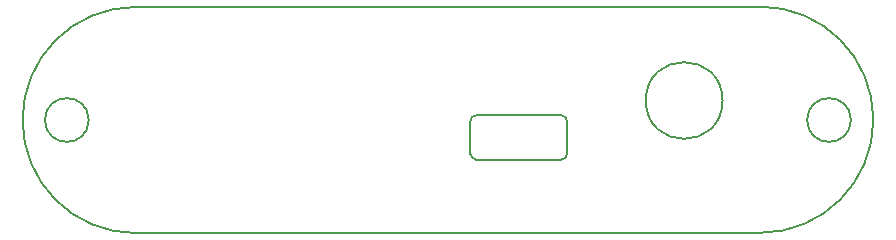
<source format=gm1>
G04 #@! TF.GenerationSoftware,KiCad,Pcbnew,5.0.2+dfsg1-1*
G04 #@! TF.CreationDate,2019-07-02T12:23:53-04:00*
G04 #@! TF.ProjectId,backpanel,6261636b-7061-46e6-956c-2e6b69636164,rev?*
G04 #@! TF.SameCoordinates,Original*
G04 #@! TF.FileFunction,Profile,NP*
%FSLAX46Y46*%
G04 Gerber Fmt 4.6, Leading zero omitted, Abs format (unit mm)*
G04 Created by KiCad (PCBNEW 5.0.2+dfsg1-1) date Tue 02 Jul 2019 12:23:53 PM EDT*
%MOMM*%
%LPD*%
G01*
G04 APERTURE LIST*
%ADD10C,0.150000*%
%ADD11C,0.200000*%
G04 APERTURE END LIST*
D10*
X160100000Y-93275000D02*
G75*
G02X159600000Y-93775000I-500000J0D01*
G01*
X152400000Y-93760000D02*
G75*
G02X151900000Y-93260000I0J500000D01*
G01*
X159590000Y-90020000D02*
G75*
G02X160090000Y-90520000I0J-500000D01*
G01*
X151900000Y-90520000D02*
G75*
G02X152400000Y-90020000I500000J0D01*
G01*
X152400000Y-93775000D02*
X159600000Y-93775000D01*
X160100000Y-90500000D02*
X160100000Y-93275000D01*
X151900000Y-90500000D02*
X151900000Y-93275000D01*
X152400000Y-90025000D02*
X159600000Y-90025000D01*
X173250000Y-88775000D02*
G75*
G03X173250000Y-88775000I-3250000J0D01*
G01*
X184115000Y-90425000D02*
G75*
G03X184115000Y-90425000I-1850000J0D01*
G01*
X119585000Y-90425000D02*
G75*
G03X119585000Y-90425000I-1850000J0D01*
G01*
D11*
X123557000Y-100000000D02*
X176443000Y-100000000D01*
X123557000Y-100000000D02*
G75*
G02X123557000Y-80850000I0J9575000D01*
G01*
X176443000Y-80825000D02*
G75*
G02X176443000Y-99975000I0J-9575000D01*
G01*
X176443000Y-80850000D02*
X123557000Y-80850000D01*
M02*

</source>
